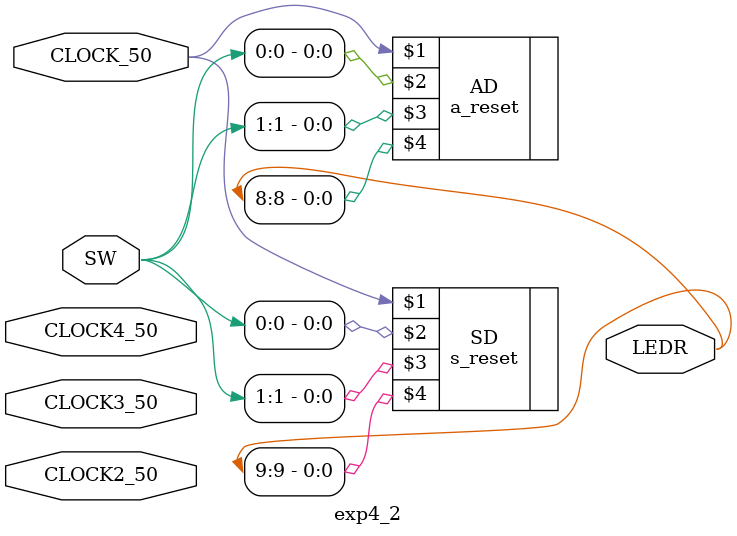
<source format=v>


module exp4_2(

	//////////// CLOCK //////////
	input 		          		CLOCK2_50,
	input 		          		CLOCK3_50,
	input 		          		CLOCK4_50,
	input 		          		CLOCK_50,

	//////////// SW //////////
	input 		     [9:0]		SW,

	//////////// LED //////////
	output		     [9:0]		LEDR
);



//=======================================================
//  REG/WIRE declarations
//=======================================================
//wire signal;
//divider#(2) d(CLOCK_50,signal);
//assign LEDR[0] = signal;用于验收

s_reset SD(CLOCK_50,SW[0],SW[1],LEDR[9]);
a_reset AD(CLOCK_50,SW[0],SW[1],LEDR[8]);


//=======================================================
//  Structural coding
//=======================================================



endmodule

</source>
